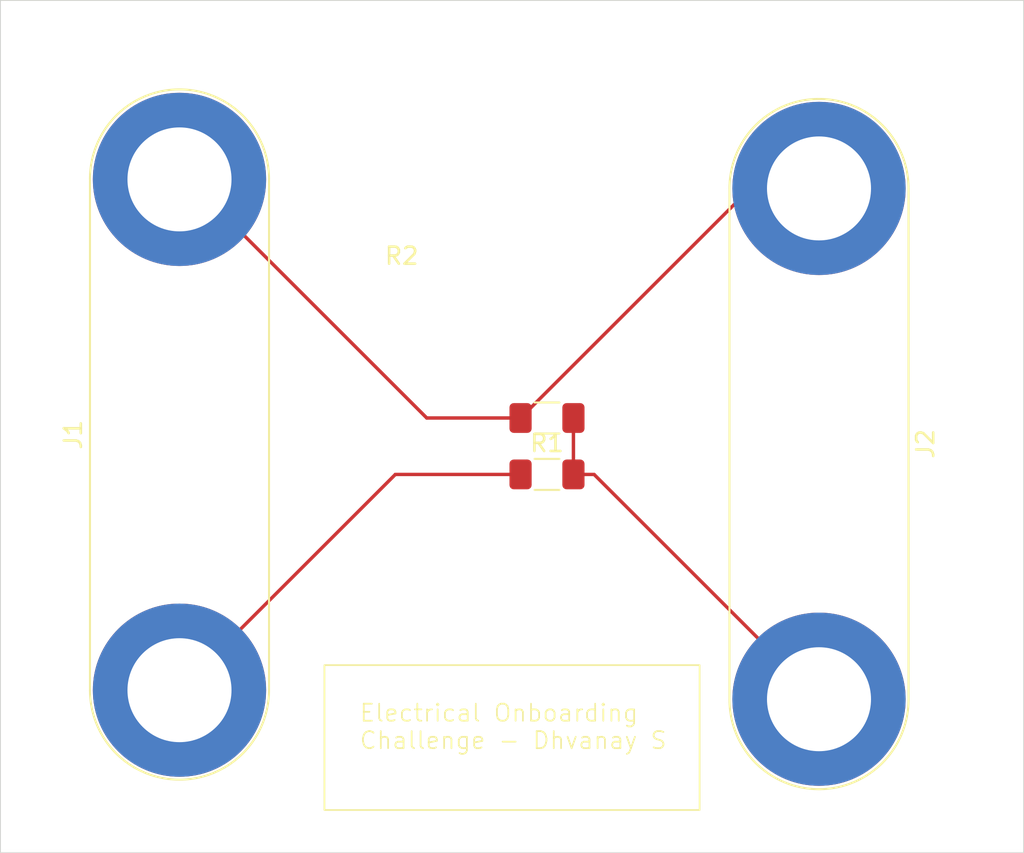
<source format=kicad_pcb>
(kicad_pcb (version 20241229) (generator "pcbnew") (generator_version "9.0")
  (layers (0 "F.Cu" signal) (2 "B.Cu" signal) (13 "F.Paste" user) (15 "B.Paste" user) (5 "F.SilkS" user "F.Silkscreen") (7 "B.SilkS" user "B.Silkscreen") (1 "F.Mask" user) (3 "B.Mask" user) (25 "Edge.Cuts" user))
  (net 0 "")
  (net 1 "/Vin")
  (net 2 "/GND")
  (net 3 "/Vout")
  (footprint "Connector:Banana_Jack_2Pin" (layer "F.Cu") (at 60.5 105.47 90)
    (property "Reference" "J1" (at 14.985 -6.24 90) (layer "F.SilkS"))
    (property "Value" "Input")
    (fp_line (start 30 -5.25) (end 0 -5.25) (stroke (width 0.12)) (layer "F.SilkS"))
    (fp_line (start 0 5.25) (end 30 5.25) (stroke (width 0.12)) (layer "F.SilkS"))
    (fp_arc (start 30 -5.25) (mid 35.25 0) (end 30 5.25) (stroke (width 0.12)) (layer "F.SilkS"))
    (fp_arc (start 0 5.25) (mid -5.25 0) (end 0 -5.25) (stroke (width 0.12)) (layer "F.SilkS"))
    (pad "1" thru_hole circle (at 0 0 90) (size 10.16 10.16) (drill 6.1) (layers "*.Cu" "*.Mask") (net 1 "/Vin"))
    (pad "2" thru_hole circle (at 29.97 0 90) (size 10.16 10.16) (drill 6.1) (layers "*.Cu" "*.Mask") (net 2 "/GND"))
  )
  (footprint "Resistor_SMD:R_1206_3216Metric_Pad1.30x1.75mm_HandSolder" (layer "F.Cu") (at 82.05 89.5 180)
    (property "Reference" "R2" (at 8.52 9.51 0) (layer "F.SilkS"))
    (property "Value" "5k")
    (fp_line (start -0.727064 0.91) (end 0.727064 0.91) (stroke (width 0.12)) (layer "F.SilkS"))
    (fp_line (start -0.727064 -0.91) (end 0.727064 -0.91) (stroke (width 0.12)) (layer "F.SilkS"))
    (pad "1" smd roundrect (at -1.55 0 180) (size 1.3 1.75) (layers "F.Cu" "F.Mask" "F.Paste") (roundrect_rratio 0.192308) (net 3 "/Vout"))
    (pad "2" smd roundrect (at 1.55 0 180) (size 1.3 1.75) (layers "F.Cu" "F.Mask" "F.Paste") (roundrect_rratio 0.192308) (net 2 "/GND"))
  )
  (footprint "Connector:Banana_Jack_2Pin" (layer "F.Cu") (at 98 76.03 -90)
    (property "Reference" "J2" (at 14.985 -6.24 90) (layer "F.SilkS"))
    (property "Value" "Output")
    (fp_line (start 0 5.25) (end 30 5.25) (stroke (width 0.12)) (layer "F.SilkS"))
    (fp_line (start 30 -5.25) (end 0 -5.25) (stroke (width 0.12)) (layer "F.SilkS"))
    (fp_arc (start 0 5.25) (mid -5.25 0) (end 0 -5.25) (stroke (width 0.12)) (layer "F.SilkS"))
    (fp_arc (start 30 -5.25) (mid 35.25 0) (end 30 5.25) (stroke (width 0.12)) (layer "F.SilkS"))
    (pad "1" thru_hole circle (at 0 0 270) (size 10.16 10.16) (drill 6.1) (layers "*.Cu" "*.Mask") (net 2 "/GND"))
    (pad "2" thru_hole circle (at 29.97 0 270) (size 10.16 10.16) (drill 6.1) (layers "*.Cu" "*.Mask") (net 3 "/Vout"))
  )
  (footprint "Resistor_SMD:R_1206_3216Metric_Pad1.30x1.75mm_HandSolder" (layer "F.Cu") (at 82.05 92.81)
    (property "Reference" "R1" (at 0 -1.83 0) (layer "F.SilkS"))
    (property "Value" "5k")
    (fp_line (start -0.727064 -0.91) (end 0.727064 -0.91) (stroke (width 0.12)) (layer "F.SilkS"))
    (fp_line (start -0.727064 0.91) (end 0.727064 0.91) (stroke (width 0.12)) (layer "F.SilkS"))
    (pad "1" smd roundrect (at -1.55 0) (size 1.3 1.75) (layers "F.Cu" "F.Mask" "F.Paste") (roundrect_rratio 0.192308) (net 1 "/Vin"))
    (pad "2" smd roundrect (at 1.55 0) (size 1.3 1.75) (layers "F.Cu" "F.Mask" "F.Paste") (roundrect_rratio 0.192308) (net 3 "/Vout"))
  )
  (gr_rect (start 69 104) (end 91 112.5) (stroke (width 0.1)) (fill no) (layer "F.SilkS"))
  (gr_rect (start 50 65) (end 110 115) (stroke (width 0.05)) (fill no) (layer "Edge.Cuts"))
  (gr_text "Electrical Onboarding\nChallenge - Dhvanay S" (at 71 109 0) (layer "F.SilkS") (effects (font (size 1 1) (thickness 0.1)) (justify left bottom)))
  (segment (start 73.16 92.81) (end 60.5 105.47) (width 0.2) (layer "F.Cu") (net 1))
  (segment (start 80.5 92.81) (end 73.16 92.81) (width 0.2) (layer "F.Cu") (net 1))
  (segment (start 80.5 89.5) (end 93.97 76.03) (width 0.2) (layer "F.Cu") (net 2))
  (segment (start 75 89.5) (end 80.5 89.5) (width 0.2) (layer "F.Cu") (net 2))
  (segment (start 93.97 76.03) (end 98 76.03) (width 0.2) (layer "F.Cu") (net 2))
  (segment (start 60.5 75.5) (end 61 75.5) (width 0.2) (layer "F.Cu") (net 2))
  (segment (start 61 75.5) (end 75 89.5) (width 0.2) (layer "F.Cu") (net 2))
  (segment (start 83.6 92.81) (end 84.81 92.81) (width 0.2) (layer "F.Cu") (net 3))
  (segment (start 84.81 92.81) (end 98 106) (width 0.2) (layer "F.Cu") (net 3))
  (segment (start 83.6 89.5) (end 83.6 92.81) (width 0.2) (layer "F.Cu") (net 3))
)
</source>
